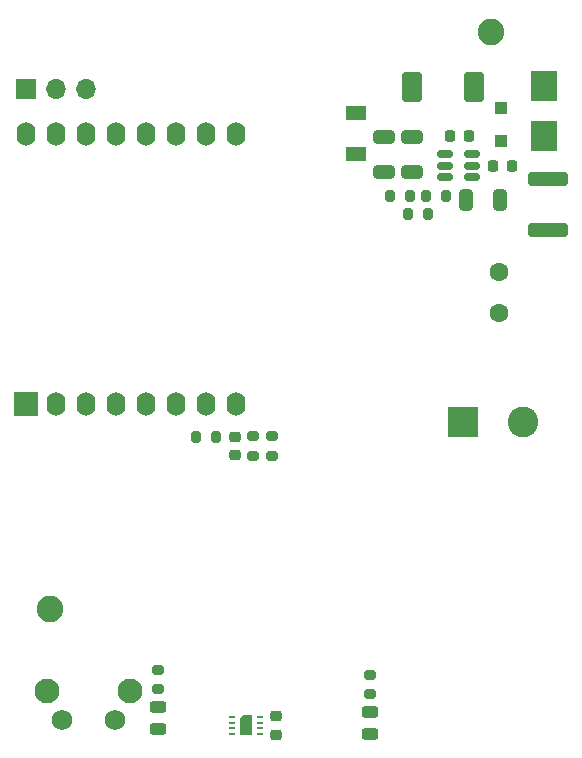
<source format=gbr>
%TF.GenerationSoftware,KiCad,Pcbnew,(6.0.7)*%
%TF.CreationDate,2022-10-17T23:11:19+02:00*%
%TF.ProjectId,Wifi_homesensor,57696669-5f68-46f6-9d65-73656e736f72,rev?*%
%TF.SameCoordinates,Original*%
%TF.FileFunction,Soldermask,Top*%
%TF.FilePolarity,Negative*%
%FSLAX46Y46*%
G04 Gerber Fmt 4.6, Leading zero omitted, Abs format (unit mm)*
G04 Created by KiCad (PCBNEW (6.0.7)) date 2022-10-17 23:11:19*
%MOMM*%
%LPD*%
G01*
G04 APERTURE LIST*
G04 Aperture macros list*
%AMRoundRect*
0 Rectangle with rounded corners*
0 $1 Rounding radius*
0 $2 $3 $4 $5 $6 $7 $8 $9 X,Y pos of 4 corners*
0 Add a 4 corners polygon primitive as box body*
4,1,4,$2,$3,$4,$5,$6,$7,$8,$9,$2,$3,0*
0 Add four circle primitives for the rounded corners*
1,1,$1+$1,$2,$3*
1,1,$1+$1,$4,$5*
1,1,$1+$1,$6,$7*
1,1,$1+$1,$8,$9*
0 Add four rect primitives between the rounded corners*
20,1,$1+$1,$2,$3,$4,$5,0*
20,1,$1+$1,$4,$5,$6,$7,0*
20,1,$1+$1,$6,$7,$8,$9,0*
20,1,$1+$1,$8,$9,$2,$3,0*%
%AMFreePoly0*
4,1,6,0.500000,-0.850000,-0.500000,-0.850000,-0.500000,0.550000,-0.200000,0.850000,0.500000,0.850000,0.500000,-0.850000,0.500000,-0.850000,$1*%
G04 Aperture macros list end*
%ADD10RoundRect,0.200000X-0.200000X-0.275000X0.200000X-0.275000X0.200000X0.275000X-0.200000X0.275000X0*%
%ADD11RoundRect,0.225000X0.250000X-0.225000X0.250000X0.225000X-0.250000X0.225000X-0.250000X-0.225000X0*%
%ADD12RoundRect,0.225000X-0.225000X-0.250000X0.225000X-0.250000X0.225000X0.250000X-0.225000X0.250000X0*%
%ADD13RoundRect,0.150000X-0.512500X-0.150000X0.512500X-0.150000X0.512500X0.150000X-0.512500X0.150000X0*%
%ADD14RoundRect,0.243750X0.456250X-0.243750X0.456250X0.243750X-0.456250X0.243750X-0.456250X-0.243750X0*%
%ADD15R,2.000000X2.000000*%
%ADD16O,1.600000X2.000000*%
%ADD17R,2.300000X2.500000*%
%ADD18RoundRect,0.225000X-0.250000X0.225000X-0.250000X-0.225000X0.250000X-0.225000X0.250000X0.225000X0*%
%ADD19RoundRect,0.200000X0.200000X0.275000X-0.200000X0.275000X-0.200000X-0.275000X0.200000X-0.275000X0*%
%ADD20R,2.600000X2.600000*%
%ADD21C,2.600000*%
%ADD22RoundRect,0.200000X0.275000X-0.200000X0.275000X0.200000X-0.275000X0.200000X-0.275000X-0.200000X0*%
%ADD23R,1.700000X1.300000*%
%ADD24C,2.100000*%
%ADD25C,1.750000*%
%ADD26RoundRect,0.165000X0.660000X-1.085000X0.660000X1.085000X-0.660000X1.085000X-0.660000X-1.085000X0*%
%ADD27RoundRect,0.250000X0.325000X0.650000X-0.325000X0.650000X-0.325000X-0.650000X0.325000X-0.650000X0*%
%ADD28R,1.100000X1.100000*%
%ADD29C,2.250000*%
%ADD30RoundRect,0.250000X-0.650000X0.325000X-0.650000X-0.325000X0.650000X-0.325000X0.650000X0.325000X0*%
%ADD31R,1.700000X1.700000*%
%ADD32O,1.700000X1.700000*%
%ADD33R,0.550000X0.250000*%
%ADD34FreePoly0,0.000000*%
%ADD35C,1.600000*%
%ADD36RoundRect,0.250000X-1.450000X0.312500X-1.450000X-0.312500X1.450000X-0.312500X1.450000X0.312500X0*%
G04 APERTURE END LIST*
D10*
%TO.C,R8*%
X141532000Y-102641400D03*
X143182000Y-102641400D03*
%TD*%
D11*
%TO.C,C6*%
X148269800Y-127851200D03*
X148269800Y-126301200D03*
%TD*%
D12*
%TO.C,C3*%
X163029600Y-77139800D03*
X164579600Y-77139800D03*
%TD*%
D13*
%TO.C,U1*%
X162555600Y-78714600D03*
X162555600Y-79664600D03*
X162555600Y-80614600D03*
X164830600Y-80614600D03*
X164830600Y-79664600D03*
X164830600Y-78714600D03*
%TD*%
D14*
%TO.C,D3*%
X138313000Y-125478300D03*
X138313000Y-127353300D03*
%TD*%
D15*
%TO.C,U2*%
X127076200Y-99845000D03*
D16*
X129616200Y-99845000D03*
X132156200Y-99845000D03*
X134696200Y-99845000D03*
X137236200Y-99845000D03*
X139776200Y-99845000D03*
X142316200Y-99845000D03*
X144856200Y-99845000D03*
X144856200Y-76985000D03*
X142316200Y-76985000D03*
X139776200Y-76985000D03*
X137236200Y-76985000D03*
X134696200Y-76985000D03*
X132156200Y-76985000D03*
X129616200Y-76985000D03*
X127076200Y-76985000D03*
%TD*%
D17*
%TO.C,D5*%
X170992800Y-77207000D03*
X170992800Y-72907000D03*
%TD*%
D18*
%TO.C,C7*%
X144780000Y-102628400D03*
X144780000Y-104178400D03*
%TD*%
D19*
%TO.C,R3*%
X162646200Y-82270600D03*
X160996200Y-82270600D03*
%TD*%
D20*
%TO.C,J2*%
X164129800Y-101346000D03*
D21*
X169209800Y-101346000D03*
%TD*%
D22*
%TO.C,R7*%
X156210000Y-124423700D03*
X156210000Y-122773700D03*
%TD*%
D23*
%TO.C,D2*%
X155077000Y-78686600D03*
X155077000Y-75186600D03*
%TD*%
D24*
%TO.C,SW1*%
X135880000Y-124154400D03*
X128870000Y-124154400D03*
D25*
X134630000Y-126644400D03*
X130130000Y-126644400D03*
%TD*%
D26*
%TO.C,L1*%
X159818000Y-73025000D03*
X165068000Y-73025000D03*
%TD*%
D27*
%TO.C,C2*%
X167270800Y-82575400D03*
X164320800Y-82575400D03*
%TD*%
D22*
%TO.C,R4*%
X146354800Y-104228400D03*
X146354800Y-102578400D03*
%TD*%
D28*
%TO.C,D1*%
X167319800Y-74800000D03*
X167319800Y-77600000D03*
%TD*%
D29*
%TO.C,FID1*%
X129159000Y-117221000D03*
%TD*%
D22*
%TO.C,R5*%
X138313000Y-124002800D03*
X138313000Y-122352800D03*
%TD*%
D30*
%TO.C,C4*%
X159801400Y-77237800D03*
X159801400Y-80187800D03*
%TD*%
D19*
%TO.C,R2*%
X161124400Y-83794600D03*
X159474400Y-83794600D03*
%TD*%
D31*
%TO.C,J1*%
X127127000Y-73152000D03*
D32*
X129667000Y-73152000D03*
X132207000Y-73152000D03*
%TD*%
D12*
%TO.C,C1*%
X166684200Y-79730600D03*
X168234200Y-79730600D03*
%TD*%
D33*
%TO.C,U3*%
X144554800Y-126326200D03*
X144554800Y-126826200D03*
X144554800Y-127326200D03*
X144554800Y-127826200D03*
X146904800Y-127826200D03*
X146904800Y-127326200D03*
X146904800Y-126826200D03*
X146904800Y-126326200D03*
D34*
X145729800Y-127076200D03*
%TD*%
D19*
%TO.C,R1*%
X159598200Y-82270600D03*
X157948200Y-82270600D03*
%TD*%
D30*
%TO.C,C5*%
X157413800Y-77241400D03*
X157413800Y-80191400D03*
%TD*%
D35*
%TO.C,C8*%
X167132000Y-88646000D03*
X167132000Y-92146000D03*
%TD*%
D14*
%TO.C,D4*%
X156210000Y-127810500D03*
X156210000Y-125935500D03*
%TD*%
D36*
%TO.C,F1*%
X171297600Y-80848200D03*
X171297600Y-85123200D03*
%TD*%
D29*
%TO.C,FID2*%
X166497000Y-68326000D03*
%TD*%
D22*
%TO.C,R6*%
X147904200Y-104228400D03*
X147904200Y-102578400D03*
%TD*%
M02*

</source>
